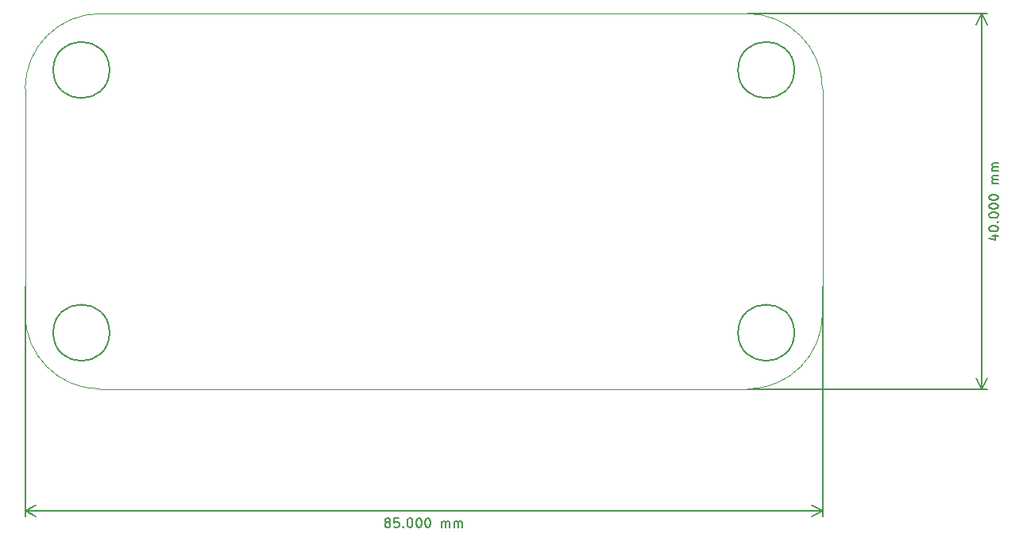
<source format=gbr>
%TF.GenerationSoftware,KiCad,Pcbnew,(5.1.10)-1*%
%TF.CreationDate,2021-07-15T21:59:59+02:00*%
%TF.ProjectId,PCB,5043422e-6b69-4636-9164-5f7063625858,rev?*%
%TF.SameCoordinates,Original*%
%TF.FileFunction,Other,Comment*%
%FSLAX46Y46*%
G04 Gerber Fmt 4.6, Leading zero omitted, Abs format (unit mm)*
G04 Created by KiCad (PCBNEW (5.1.10)-1) date 2021-07-15 21:59:59*
%MOMM*%
%LPD*%
G01*
G04 APERTURE LIST*
%ADD10C,0.150000*%
%ADD11C,0.050000*%
G04 APERTURE END LIST*
D10*
X205085714Y-108616666D02*
X205752380Y-108616666D01*
X204704761Y-108854761D02*
X205419047Y-109092857D01*
X205419047Y-108473809D01*
X204752380Y-107902380D02*
X204752380Y-107807142D01*
X204800000Y-107711904D01*
X204847619Y-107664285D01*
X204942857Y-107616666D01*
X205133333Y-107569047D01*
X205371428Y-107569047D01*
X205561904Y-107616666D01*
X205657142Y-107664285D01*
X205704761Y-107711904D01*
X205752380Y-107807142D01*
X205752380Y-107902380D01*
X205704761Y-107997619D01*
X205657142Y-108045238D01*
X205561904Y-108092857D01*
X205371428Y-108140476D01*
X205133333Y-108140476D01*
X204942857Y-108092857D01*
X204847619Y-108045238D01*
X204800000Y-107997619D01*
X204752380Y-107902380D01*
X205657142Y-107140476D02*
X205704761Y-107092857D01*
X205752380Y-107140476D01*
X205704761Y-107188095D01*
X205657142Y-107140476D01*
X205752380Y-107140476D01*
X204752380Y-106473809D02*
X204752380Y-106378571D01*
X204800000Y-106283333D01*
X204847619Y-106235714D01*
X204942857Y-106188095D01*
X205133333Y-106140476D01*
X205371428Y-106140476D01*
X205561904Y-106188095D01*
X205657142Y-106235714D01*
X205704761Y-106283333D01*
X205752380Y-106378571D01*
X205752380Y-106473809D01*
X205704761Y-106569047D01*
X205657142Y-106616666D01*
X205561904Y-106664285D01*
X205371428Y-106711904D01*
X205133333Y-106711904D01*
X204942857Y-106664285D01*
X204847619Y-106616666D01*
X204800000Y-106569047D01*
X204752380Y-106473809D01*
X204752380Y-105521428D02*
X204752380Y-105426190D01*
X204800000Y-105330952D01*
X204847619Y-105283333D01*
X204942857Y-105235714D01*
X205133333Y-105188095D01*
X205371428Y-105188095D01*
X205561904Y-105235714D01*
X205657142Y-105283333D01*
X205704761Y-105330952D01*
X205752380Y-105426190D01*
X205752380Y-105521428D01*
X205704761Y-105616666D01*
X205657142Y-105664285D01*
X205561904Y-105711904D01*
X205371428Y-105759523D01*
X205133333Y-105759523D01*
X204942857Y-105711904D01*
X204847619Y-105664285D01*
X204800000Y-105616666D01*
X204752380Y-105521428D01*
X204752380Y-104569047D02*
X204752380Y-104473809D01*
X204800000Y-104378571D01*
X204847619Y-104330952D01*
X204942857Y-104283333D01*
X205133333Y-104235714D01*
X205371428Y-104235714D01*
X205561904Y-104283333D01*
X205657142Y-104330952D01*
X205704761Y-104378571D01*
X205752380Y-104473809D01*
X205752380Y-104569047D01*
X205704761Y-104664285D01*
X205657142Y-104711904D01*
X205561904Y-104759523D01*
X205371428Y-104807142D01*
X205133333Y-104807142D01*
X204942857Y-104759523D01*
X204847619Y-104711904D01*
X204800000Y-104664285D01*
X204752380Y-104569047D01*
X205752380Y-103045238D02*
X205085714Y-103045238D01*
X205180952Y-103045238D02*
X205133333Y-102997619D01*
X205085714Y-102902380D01*
X205085714Y-102759523D01*
X205133333Y-102664285D01*
X205228571Y-102616666D01*
X205752380Y-102616666D01*
X205228571Y-102616666D02*
X205133333Y-102569047D01*
X205085714Y-102473809D01*
X205085714Y-102330952D01*
X205133333Y-102235714D01*
X205228571Y-102188095D01*
X205752380Y-102188095D01*
X205752380Y-101711904D02*
X205085714Y-101711904D01*
X205180952Y-101711904D02*
X205133333Y-101664285D01*
X205085714Y-101569047D01*
X205085714Y-101426190D01*
X205133333Y-101330952D01*
X205228571Y-101283333D01*
X205752380Y-101283333D01*
X205228571Y-101283333D02*
X205133333Y-101235714D01*
X205085714Y-101140476D01*
X205085714Y-100997619D01*
X205133333Y-100902380D01*
X205228571Y-100854761D01*
X205752380Y-100854761D01*
X204000000Y-124950000D02*
X204000000Y-84950000D01*
X179000000Y-124950000D02*
X204586421Y-124950000D01*
X179000000Y-84950000D02*
X204586421Y-84950000D01*
X204000000Y-84950000D02*
X204586421Y-86076504D01*
X204000000Y-84950000D02*
X203413579Y-86076504D01*
X204000000Y-124950000D02*
X204586421Y-123823496D01*
X204000000Y-124950000D02*
X203413579Y-123823496D01*
X140547619Y-139130952D02*
X140452380Y-139083333D01*
X140404761Y-139035714D01*
X140357142Y-138940476D01*
X140357142Y-138892857D01*
X140404761Y-138797619D01*
X140452380Y-138750000D01*
X140547619Y-138702380D01*
X140738095Y-138702380D01*
X140833333Y-138750000D01*
X140880952Y-138797619D01*
X140928571Y-138892857D01*
X140928571Y-138940476D01*
X140880952Y-139035714D01*
X140833333Y-139083333D01*
X140738095Y-139130952D01*
X140547619Y-139130952D01*
X140452380Y-139178571D01*
X140404761Y-139226190D01*
X140357142Y-139321428D01*
X140357142Y-139511904D01*
X140404761Y-139607142D01*
X140452380Y-139654761D01*
X140547619Y-139702380D01*
X140738095Y-139702380D01*
X140833333Y-139654761D01*
X140880952Y-139607142D01*
X140928571Y-139511904D01*
X140928571Y-139321428D01*
X140880952Y-139226190D01*
X140833333Y-139178571D01*
X140738095Y-139130952D01*
X141833333Y-138702380D02*
X141357142Y-138702380D01*
X141309523Y-139178571D01*
X141357142Y-139130952D01*
X141452380Y-139083333D01*
X141690476Y-139083333D01*
X141785714Y-139130952D01*
X141833333Y-139178571D01*
X141880952Y-139273809D01*
X141880952Y-139511904D01*
X141833333Y-139607142D01*
X141785714Y-139654761D01*
X141690476Y-139702380D01*
X141452380Y-139702380D01*
X141357142Y-139654761D01*
X141309523Y-139607142D01*
X142309523Y-139607142D02*
X142357142Y-139654761D01*
X142309523Y-139702380D01*
X142261904Y-139654761D01*
X142309523Y-139607142D01*
X142309523Y-139702380D01*
X142976190Y-138702380D02*
X143071428Y-138702380D01*
X143166666Y-138750000D01*
X143214285Y-138797619D01*
X143261904Y-138892857D01*
X143309523Y-139083333D01*
X143309523Y-139321428D01*
X143261904Y-139511904D01*
X143214285Y-139607142D01*
X143166666Y-139654761D01*
X143071428Y-139702380D01*
X142976190Y-139702380D01*
X142880952Y-139654761D01*
X142833333Y-139607142D01*
X142785714Y-139511904D01*
X142738095Y-139321428D01*
X142738095Y-139083333D01*
X142785714Y-138892857D01*
X142833333Y-138797619D01*
X142880952Y-138750000D01*
X142976190Y-138702380D01*
X143928571Y-138702380D02*
X144023809Y-138702380D01*
X144119047Y-138750000D01*
X144166666Y-138797619D01*
X144214285Y-138892857D01*
X144261904Y-139083333D01*
X144261904Y-139321428D01*
X144214285Y-139511904D01*
X144166666Y-139607142D01*
X144119047Y-139654761D01*
X144023809Y-139702380D01*
X143928571Y-139702380D01*
X143833333Y-139654761D01*
X143785714Y-139607142D01*
X143738095Y-139511904D01*
X143690476Y-139321428D01*
X143690476Y-139083333D01*
X143738095Y-138892857D01*
X143785714Y-138797619D01*
X143833333Y-138750000D01*
X143928571Y-138702380D01*
X144880952Y-138702380D02*
X144976190Y-138702380D01*
X145071428Y-138750000D01*
X145119047Y-138797619D01*
X145166666Y-138892857D01*
X145214285Y-139083333D01*
X145214285Y-139321428D01*
X145166666Y-139511904D01*
X145119047Y-139607142D01*
X145071428Y-139654761D01*
X144976190Y-139702380D01*
X144880952Y-139702380D01*
X144785714Y-139654761D01*
X144738095Y-139607142D01*
X144690476Y-139511904D01*
X144642857Y-139321428D01*
X144642857Y-139083333D01*
X144690476Y-138892857D01*
X144738095Y-138797619D01*
X144785714Y-138750000D01*
X144880952Y-138702380D01*
X146404761Y-139702380D02*
X146404761Y-139035714D01*
X146404761Y-139130952D02*
X146452380Y-139083333D01*
X146547619Y-139035714D01*
X146690476Y-139035714D01*
X146785714Y-139083333D01*
X146833333Y-139178571D01*
X146833333Y-139702380D01*
X146833333Y-139178571D02*
X146880952Y-139083333D01*
X146976190Y-139035714D01*
X147119047Y-139035714D01*
X147214285Y-139083333D01*
X147261904Y-139178571D01*
X147261904Y-139702380D01*
X147738095Y-139702380D02*
X147738095Y-139035714D01*
X147738095Y-139130952D02*
X147785714Y-139083333D01*
X147880952Y-139035714D01*
X148023809Y-139035714D01*
X148119047Y-139083333D01*
X148166666Y-139178571D01*
X148166666Y-139702380D01*
X148166666Y-139178571D02*
X148214285Y-139083333D01*
X148309523Y-139035714D01*
X148452380Y-139035714D01*
X148547619Y-139083333D01*
X148595238Y-139178571D01*
X148595238Y-139702380D01*
X187000000Y-137950000D02*
X102000000Y-137950000D01*
X187000000Y-113950000D02*
X187000000Y-138536421D01*
X102000000Y-113950000D02*
X102000000Y-138536421D01*
X102000000Y-137950000D02*
X103126504Y-137363579D01*
X102000000Y-137950000D02*
X103126504Y-138536421D01*
X187000000Y-137950000D02*
X185873496Y-137363579D01*
X187000000Y-137950000D02*
X185873496Y-138536421D01*
D11*
X102000000Y-116950000D02*
X102000000Y-98000000D01*
X187000000Y-98000000D02*
X187000000Y-92950000D01*
X187000000Y-98000000D02*
X187000000Y-116950000D01*
X110000000Y-124950000D02*
X179000000Y-124950000D01*
X110000000Y-124950000D02*
G75*
G02*
X102000000Y-116950000I0J8000000D01*
G01*
X102000000Y-92950000D02*
G75*
G02*
X110000000Y-84950000I8000000J0D01*
G01*
X187000000Y-116950000D02*
G75*
G02*
X179000000Y-124950000I-8000000J0D01*
G01*
X179000000Y-84950000D02*
X110000000Y-84950000D01*
X179000000Y-84950000D02*
G75*
G02*
X187000000Y-92950000I0J-8000000D01*
G01*
X102000000Y-98000000D02*
X102000000Y-92950000D01*
D10*
%TO.C,REF\u002A\u002A*%
X111000000Y-118950000D02*
G75*
G03*
X111000000Y-118950000I-3000000J0D01*
G01*
X184000000Y-118950000D02*
G75*
G03*
X184000000Y-118950000I-3000000J0D01*
G01*
X184000000Y-90950000D02*
G75*
G03*
X184000000Y-90950000I-3000000J0D01*
G01*
X111000000Y-90950000D02*
G75*
G03*
X111000000Y-90950000I-3000000J0D01*
G01*
%TD*%
M02*

</source>
